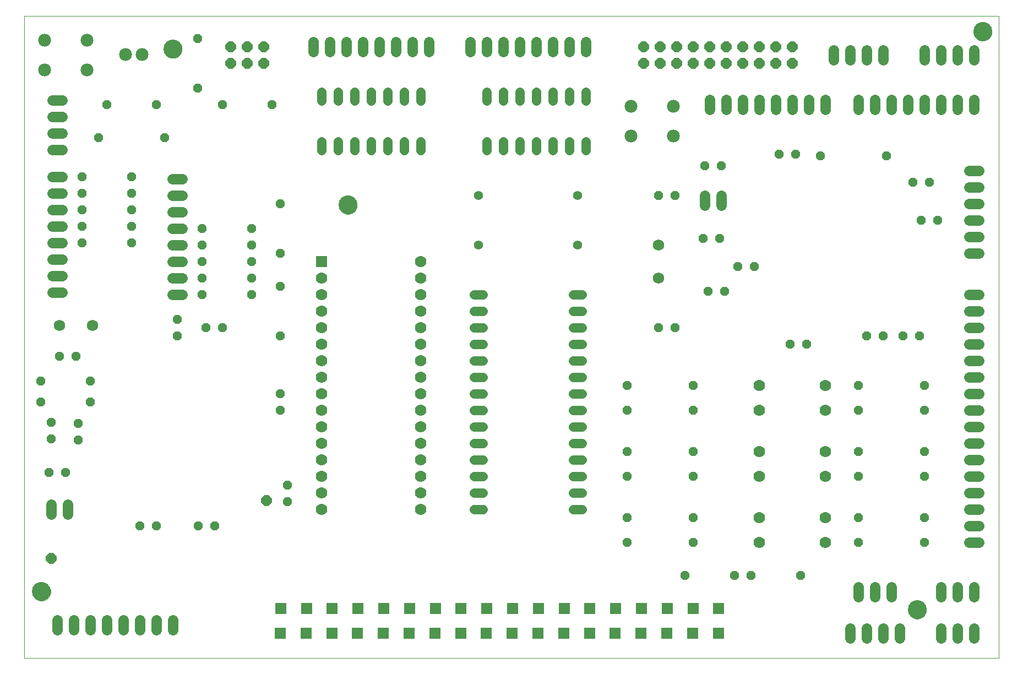
<source format=gbs>
G75*
%MOIN*%
%OFA0B0*%
%FSLAX24Y24*%
%IPPOS*%
%LPD*%
%AMOC8*
5,1,8,0,0,1.08239X$1,22.5*
%
%ADD10C,0.0000*%
%ADD11C,0.1142*%
%ADD12OC8,0.0640*%
%ADD13C,0.0560*%
%ADD14C,0.0560*%
%ADD15C,0.0780*%
%ADD16OC8,0.0560*%
%ADD17C,0.0690*%
%ADD18C,0.0640*%
%ADD19R,0.0700X0.0700*%
%ADD20C,0.0700*%
%ADD21R,0.0690X0.0690*%
D10*
X000180Y000180D02*
X000180Y039050D01*
X059172Y039050D01*
X059172Y000180D01*
X000180Y000180D01*
X000667Y004193D02*
X000669Y004240D01*
X000675Y004286D01*
X000685Y004332D01*
X000698Y004377D01*
X000716Y004420D01*
X000737Y004462D01*
X000761Y004502D01*
X000789Y004539D01*
X000820Y004574D01*
X000854Y004607D01*
X000890Y004636D01*
X000929Y004662D01*
X000970Y004685D01*
X001013Y004704D01*
X001057Y004720D01*
X001102Y004732D01*
X001148Y004740D01*
X001195Y004744D01*
X001241Y004744D01*
X001288Y004740D01*
X001334Y004732D01*
X001379Y004720D01*
X001423Y004704D01*
X001466Y004685D01*
X001507Y004662D01*
X001546Y004636D01*
X001582Y004607D01*
X001616Y004574D01*
X001647Y004539D01*
X001675Y004502D01*
X001699Y004462D01*
X001720Y004420D01*
X001738Y004377D01*
X001751Y004332D01*
X001761Y004286D01*
X001767Y004240D01*
X001769Y004193D01*
X001767Y004146D01*
X001761Y004100D01*
X001751Y004054D01*
X001738Y004009D01*
X001720Y003966D01*
X001699Y003924D01*
X001675Y003884D01*
X001647Y003847D01*
X001616Y003812D01*
X001582Y003779D01*
X001546Y003750D01*
X001507Y003724D01*
X001466Y003701D01*
X001423Y003682D01*
X001379Y003666D01*
X001334Y003654D01*
X001288Y003646D01*
X001241Y003642D01*
X001195Y003642D01*
X001148Y003646D01*
X001102Y003654D01*
X001057Y003666D01*
X001013Y003682D01*
X000970Y003701D01*
X000929Y003724D01*
X000890Y003750D01*
X000854Y003779D01*
X000820Y003812D01*
X000789Y003847D01*
X000761Y003884D01*
X000737Y003924D01*
X000716Y003966D01*
X000698Y004009D01*
X000685Y004054D01*
X000675Y004100D01*
X000669Y004146D01*
X000667Y004193D01*
X019217Y027605D02*
X019219Y027652D01*
X019225Y027698D01*
X019235Y027744D01*
X019248Y027789D01*
X019266Y027832D01*
X019287Y027874D01*
X019311Y027914D01*
X019339Y027951D01*
X019370Y027986D01*
X019404Y028019D01*
X019440Y028048D01*
X019479Y028074D01*
X019520Y028097D01*
X019563Y028116D01*
X019607Y028132D01*
X019652Y028144D01*
X019698Y028152D01*
X019745Y028156D01*
X019791Y028156D01*
X019838Y028152D01*
X019884Y028144D01*
X019929Y028132D01*
X019973Y028116D01*
X020016Y028097D01*
X020057Y028074D01*
X020096Y028048D01*
X020132Y028019D01*
X020166Y027986D01*
X020197Y027951D01*
X020225Y027914D01*
X020249Y027874D01*
X020270Y027832D01*
X020288Y027789D01*
X020301Y027744D01*
X020311Y027698D01*
X020317Y027652D01*
X020319Y027605D01*
X020317Y027558D01*
X020311Y027512D01*
X020301Y027466D01*
X020288Y027421D01*
X020270Y027378D01*
X020249Y027336D01*
X020225Y027296D01*
X020197Y027259D01*
X020166Y027224D01*
X020132Y027191D01*
X020096Y027162D01*
X020057Y027136D01*
X020016Y027113D01*
X019973Y027094D01*
X019929Y027078D01*
X019884Y027066D01*
X019838Y027058D01*
X019791Y027054D01*
X019745Y027054D01*
X019698Y027058D01*
X019652Y027066D01*
X019607Y027078D01*
X019563Y027094D01*
X019520Y027113D01*
X019479Y027136D01*
X019440Y027162D01*
X019404Y027191D01*
X019370Y027224D01*
X019339Y027259D01*
X019311Y027296D01*
X019287Y027336D01*
X019266Y027378D01*
X019248Y027421D01*
X019235Y027466D01*
X019225Y027512D01*
X019219Y027558D01*
X019217Y027605D01*
X008617Y037043D02*
X008619Y037090D01*
X008625Y037136D01*
X008635Y037182D01*
X008648Y037227D01*
X008666Y037270D01*
X008687Y037312D01*
X008711Y037352D01*
X008739Y037389D01*
X008770Y037424D01*
X008804Y037457D01*
X008840Y037486D01*
X008879Y037512D01*
X008920Y037535D01*
X008963Y037554D01*
X009007Y037570D01*
X009052Y037582D01*
X009098Y037590D01*
X009145Y037594D01*
X009191Y037594D01*
X009238Y037590D01*
X009284Y037582D01*
X009329Y037570D01*
X009373Y037554D01*
X009416Y037535D01*
X009457Y037512D01*
X009496Y037486D01*
X009532Y037457D01*
X009566Y037424D01*
X009597Y037389D01*
X009625Y037352D01*
X009649Y037312D01*
X009670Y037270D01*
X009688Y037227D01*
X009701Y037182D01*
X009711Y037136D01*
X009717Y037090D01*
X009719Y037043D01*
X009717Y036996D01*
X009711Y036950D01*
X009701Y036904D01*
X009688Y036859D01*
X009670Y036816D01*
X009649Y036774D01*
X009625Y036734D01*
X009597Y036697D01*
X009566Y036662D01*
X009532Y036629D01*
X009496Y036600D01*
X009457Y036574D01*
X009416Y036551D01*
X009373Y036532D01*
X009329Y036516D01*
X009284Y036504D01*
X009238Y036496D01*
X009191Y036492D01*
X009145Y036492D01*
X009098Y036496D01*
X009052Y036504D01*
X009007Y036516D01*
X008963Y036532D01*
X008920Y036551D01*
X008879Y036574D01*
X008840Y036600D01*
X008804Y036629D01*
X008770Y036662D01*
X008739Y036697D01*
X008711Y036734D01*
X008687Y036774D01*
X008666Y036816D01*
X008648Y036859D01*
X008635Y036904D01*
X008625Y036950D01*
X008619Y036996D01*
X008617Y037043D01*
X057642Y038093D02*
X057644Y038140D01*
X057650Y038186D01*
X057660Y038232D01*
X057673Y038277D01*
X057691Y038320D01*
X057712Y038362D01*
X057736Y038402D01*
X057764Y038439D01*
X057795Y038474D01*
X057829Y038507D01*
X057865Y038536D01*
X057904Y038562D01*
X057945Y038585D01*
X057988Y038604D01*
X058032Y038620D01*
X058077Y038632D01*
X058123Y038640D01*
X058170Y038644D01*
X058216Y038644D01*
X058263Y038640D01*
X058309Y038632D01*
X058354Y038620D01*
X058398Y038604D01*
X058441Y038585D01*
X058482Y038562D01*
X058521Y038536D01*
X058557Y038507D01*
X058591Y038474D01*
X058622Y038439D01*
X058650Y038402D01*
X058674Y038362D01*
X058695Y038320D01*
X058713Y038277D01*
X058726Y038232D01*
X058736Y038186D01*
X058742Y038140D01*
X058744Y038093D01*
X058742Y038046D01*
X058736Y038000D01*
X058726Y037954D01*
X058713Y037909D01*
X058695Y037866D01*
X058674Y037824D01*
X058650Y037784D01*
X058622Y037747D01*
X058591Y037712D01*
X058557Y037679D01*
X058521Y037650D01*
X058482Y037624D01*
X058441Y037601D01*
X058398Y037582D01*
X058354Y037566D01*
X058309Y037554D01*
X058263Y037546D01*
X058216Y037542D01*
X058170Y037542D01*
X058123Y037546D01*
X058077Y037554D01*
X058032Y037566D01*
X057988Y037582D01*
X057945Y037601D01*
X057904Y037624D01*
X057865Y037650D01*
X057829Y037679D01*
X057795Y037712D01*
X057764Y037747D01*
X057736Y037784D01*
X057712Y037824D01*
X057691Y037866D01*
X057673Y037909D01*
X057660Y037954D01*
X057650Y038000D01*
X057644Y038046D01*
X057642Y038093D01*
X053679Y003105D02*
X053681Y003152D01*
X053687Y003198D01*
X053697Y003244D01*
X053710Y003289D01*
X053728Y003332D01*
X053749Y003374D01*
X053773Y003414D01*
X053801Y003451D01*
X053832Y003486D01*
X053866Y003519D01*
X053902Y003548D01*
X053941Y003574D01*
X053982Y003597D01*
X054025Y003616D01*
X054069Y003632D01*
X054114Y003644D01*
X054160Y003652D01*
X054207Y003656D01*
X054253Y003656D01*
X054300Y003652D01*
X054346Y003644D01*
X054391Y003632D01*
X054435Y003616D01*
X054478Y003597D01*
X054519Y003574D01*
X054558Y003548D01*
X054594Y003519D01*
X054628Y003486D01*
X054659Y003451D01*
X054687Y003414D01*
X054711Y003374D01*
X054732Y003332D01*
X054750Y003289D01*
X054763Y003244D01*
X054773Y003198D01*
X054779Y003152D01*
X054781Y003105D01*
X054779Y003058D01*
X054773Y003012D01*
X054763Y002966D01*
X054750Y002921D01*
X054732Y002878D01*
X054711Y002836D01*
X054687Y002796D01*
X054659Y002759D01*
X054628Y002724D01*
X054594Y002691D01*
X054558Y002662D01*
X054519Y002636D01*
X054478Y002613D01*
X054435Y002594D01*
X054391Y002578D01*
X054346Y002566D01*
X054300Y002558D01*
X054253Y002554D01*
X054207Y002554D01*
X054160Y002558D01*
X054114Y002566D01*
X054069Y002578D01*
X054025Y002594D01*
X053982Y002613D01*
X053941Y002636D01*
X053902Y002662D01*
X053866Y002691D01*
X053832Y002724D01*
X053801Y002759D01*
X053773Y002796D01*
X053749Y002836D01*
X053728Y002878D01*
X053710Y002921D01*
X053697Y002966D01*
X053687Y003012D01*
X053681Y003058D01*
X053679Y003105D01*
D11*
X054230Y003105D03*
X019768Y027605D03*
X009168Y037043D03*
X058193Y038093D03*
X001218Y004193D03*
D12*
X001818Y006205D03*
X014843Y009705D03*
X014680Y036180D03*
X013680Y036180D03*
X012680Y036180D03*
X012680Y037180D03*
X013680Y037180D03*
X014680Y037180D03*
X037680Y037180D03*
X038680Y037180D03*
X039680Y037180D03*
X040680Y037180D03*
X041680Y037180D03*
X042680Y037180D03*
X043680Y037180D03*
X044680Y037180D03*
X045680Y037180D03*
X046680Y037180D03*
X046680Y036180D03*
X045680Y036180D03*
X044680Y036180D03*
X043680Y036180D03*
X042680Y036180D03*
X041680Y036180D03*
X040680Y036180D03*
X039680Y036180D03*
X038680Y036180D03*
X037680Y036180D03*
D13*
X033680Y028180D03*
X033680Y025180D03*
X027680Y025180D03*
X027680Y028180D03*
D14*
X028180Y030920D02*
X028180Y031440D01*
X029180Y031440D02*
X029180Y030920D01*
X030180Y030920D02*
X030180Y031440D01*
X031180Y031440D02*
X031180Y030920D01*
X032180Y030920D02*
X032180Y031440D01*
X033180Y031440D02*
X033180Y030920D01*
X034180Y030920D02*
X034180Y031440D01*
X034180Y033920D02*
X034180Y034440D01*
X033180Y034440D02*
X033180Y033920D01*
X032180Y033920D02*
X032180Y034440D01*
X031180Y034440D02*
X031180Y033920D01*
X030180Y033920D02*
X030180Y034440D01*
X029180Y034440D02*
X029180Y033920D01*
X028180Y033920D02*
X028180Y034440D01*
X024180Y034440D02*
X024180Y033920D01*
X023180Y033920D02*
X023180Y034440D01*
X022180Y034440D02*
X022180Y033920D01*
X021180Y033920D02*
X021180Y034440D01*
X020180Y034440D02*
X020180Y033920D01*
X019180Y033920D02*
X019180Y034440D01*
X018180Y034440D02*
X018180Y033920D01*
X018180Y031440D02*
X018180Y030920D01*
X019180Y030920D02*
X019180Y031440D01*
X020180Y031440D02*
X020180Y030920D01*
X021180Y030920D02*
X021180Y031440D01*
X022180Y031440D02*
X022180Y030920D01*
X023180Y030920D02*
X023180Y031440D01*
X024180Y031440D02*
X024180Y030920D01*
X027420Y022180D02*
X027940Y022180D01*
X027940Y021180D02*
X027420Y021180D01*
X027420Y020180D02*
X027940Y020180D01*
X027940Y019180D02*
X027420Y019180D01*
X027420Y018180D02*
X027940Y018180D01*
X027940Y017180D02*
X027420Y017180D01*
X027420Y016180D02*
X027940Y016180D01*
X027940Y015180D02*
X027420Y015180D01*
X027420Y014180D02*
X027940Y014180D01*
X027940Y013180D02*
X027420Y013180D01*
X027420Y012180D02*
X027940Y012180D01*
X027940Y011180D02*
X027420Y011180D01*
X027420Y010180D02*
X027940Y010180D01*
X027940Y009180D02*
X027420Y009180D01*
X033420Y009180D02*
X033940Y009180D01*
X033940Y010180D02*
X033420Y010180D01*
X033420Y011180D02*
X033940Y011180D01*
X033940Y012180D02*
X033420Y012180D01*
X033420Y013180D02*
X033940Y013180D01*
X033940Y014180D02*
X033420Y014180D01*
X033420Y015180D02*
X033940Y015180D01*
X033940Y016180D02*
X033420Y016180D01*
X033420Y017180D02*
X033940Y017180D01*
X033940Y018180D02*
X033420Y018180D01*
X033420Y019180D02*
X033940Y019180D01*
X033940Y020180D02*
X033420Y020180D01*
X033420Y021180D02*
X033940Y021180D01*
X033940Y022180D02*
X033420Y022180D01*
D15*
X036900Y031790D03*
X039460Y031790D03*
X039460Y033570D03*
X036900Y033570D03*
X007318Y036693D03*
X006318Y036693D03*
X003960Y037570D03*
X001400Y037570D03*
X001400Y035790D03*
X003960Y035790D03*
D16*
X005180Y033680D03*
X004680Y031680D03*
X003680Y029305D03*
X003680Y028305D03*
X003680Y027305D03*
X003680Y026305D03*
X003680Y025305D03*
X006680Y025305D03*
X006680Y026305D03*
X006680Y027305D03*
X006680Y028305D03*
X006680Y029305D03*
X008680Y031680D03*
X008180Y033680D03*
X010680Y034680D03*
X012180Y033680D03*
X015180Y033680D03*
X010680Y037680D03*
X015680Y027680D03*
X013930Y026180D03*
X013930Y025180D03*
X013930Y024180D03*
X013930Y023180D03*
X013930Y022180D03*
X015680Y022680D03*
X015680Y024680D03*
X010930Y024180D03*
X010930Y025180D03*
X010930Y026180D03*
X010930Y023180D03*
X010930Y022180D03*
X009430Y020680D03*
X009430Y019680D03*
X011180Y020180D03*
X012180Y020180D03*
X015680Y019680D03*
X015680Y016180D03*
X015680Y015180D03*
X016118Y010655D03*
X016118Y009655D03*
X011718Y008180D03*
X010718Y008180D03*
X008180Y008180D03*
X007180Y008180D03*
X002680Y011418D03*
X001680Y011418D03*
X003443Y013380D03*
X001805Y013430D03*
X001805Y014430D03*
X003443Y014380D03*
X004180Y015680D03*
X004180Y016930D03*
X003305Y018430D03*
X002305Y018430D03*
X001180Y016930D03*
X001180Y015680D03*
X036680Y015180D03*
X036680Y016680D03*
X040680Y016680D03*
X040680Y015180D03*
X040680Y012680D03*
X040680Y011180D03*
X040680Y008680D03*
X040680Y007180D03*
X040180Y005180D03*
X043180Y005180D03*
X044180Y005180D03*
X047180Y005180D03*
X050680Y007180D03*
X050680Y008680D03*
X050680Y011180D03*
X050680Y012680D03*
X050680Y015180D03*
X050680Y016680D03*
X047530Y019168D03*
X046530Y019168D03*
X051180Y019680D03*
X052180Y019680D03*
X053380Y019680D03*
X054380Y019680D03*
X054680Y016680D03*
X054680Y015180D03*
X054680Y012680D03*
X054680Y011180D03*
X054680Y008680D03*
X054680Y007180D03*
X036680Y007180D03*
X036680Y008680D03*
X036680Y011180D03*
X036680Y012680D03*
X038580Y020180D03*
X039580Y020180D03*
X041580Y022380D03*
X042580Y022380D03*
X043380Y023880D03*
X044380Y023880D03*
X042280Y025580D03*
X041280Y025580D03*
X039580Y028180D03*
X038580Y028180D03*
X041380Y029980D03*
X042380Y029980D03*
X045880Y030680D03*
X046880Y030680D03*
X048380Y030580D03*
X052380Y030580D03*
X053980Y028980D03*
X054980Y028980D03*
X054480Y026680D03*
X055480Y026680D03*
D17*
X038580Y025180D03*
X038580Y023180D03*
X004305Y020305D03*
X002305Y020305D03*
D18*
X002480Y022305D02*
X001880Y022305D01*
X001880Y023305D02*
X002480Y023305D01*
X002480Y024305D02*
X001880Y024305D01*
X001880Y025305D02*
X002480Y025305D01*
X002480Y026305D02*
X001880Y026305D01*
X001880Y027305D02*
X002480Y027305D01*
X002480Y028305D02*
X001880Y028305D01*
X001880Y029305D02*
X002480Y029305D01*
X002480Y030930D02*
X001880Y030930D01*
X001880Y031930D02*
X002480Y031930D01*
X002480Y032930D02*
X001880Y032930D01*
X001880Y033930D02*
X002480Y033930D01*
X009130Y029180D02*
X009730Y029180D01*
X009730Y028180D02*
X009130Y028180D01*
X009130Y027180D02*
X009730Y027180D01*
X009730Y026180D02*
X009130Y026180D01*
X009130Y025180D02*
X009730Y025180D01*
X009730Y024180D02*
X009130Y024180D01*
X009130Y023180D02*
X009730Y023180D01*
X009730Y022180D02*
X009130Y022180D01*
X002805Y009480D02*
X002805Y008880D01*
X001805Y008880D02*
X001805Y009480D01*
X002180Y002480D02*
X002180Y001880D01*
X003180Y001880D02*
X003180Y002480D01*
X004180Y002480D02*
X004180Y001880D01*
X005180Y001880D02*
X005180Y002480D01*
X006180Y002480D02*
X006180Y001880D01*
X007180Y001880D02*
X007180Y002480D01*
X008180Y002480D02*
X008180Y001880D01*
X009180Y001880D02*
X009180Y002480D01*
X041380Y027580D02*
X041380Y028180D01*
X042380Y028180D02*
X042380Y027580D01*
X042680Y033380D02*
X042680Y033980D01*
X041680Y033980D02*
X041680Y033380D01*
X043680Y033380D02*
X043680Y033980D01*
X044680Y033980D02*
X044680Y033380D01*
X045680Y033380D02*
X045680Y033980D01*
X046680Y033980D02*
X046680Y033380D01*
X047680Y033380D02*
X047680Y033980D01*
X048680Y033980D02*
X048680Y033380D01*
X050680Y033380D02*
X050680Y033980D01*
X051680Y033980D02*
X051680Y033380D01*
X052680Y033380D02*
X052680Y033980D01*
X053680Y033980D02*
X053680Y033380D01*
X054680Y033380D02*
X054680Y033980D01*
X055680Y033980D02*
X055680Y033380D01*
X056680Y033380D02*
X056680Y033980D01*
X057680Y033980D02*
X057680Y033380D01*
X057680Y036380D02*
X057680Y036980D01*
X056680Y036980D02*
X056680Y036380D01*
X055680Y036380D02*
X055680Y036980D01*
X054680Y036980D02*
X054680Y036380D01*
X052180Y036380D02*
X052180Y036980D01*
X051180Y036980D02*
X051180Y036380D01*
X050180Y036380D02*
X050180Y036980D01*
X049180Y036980D02*
X049180Y036380D01*
X057380Y029680D02*
X057980Y029680D01*
X057980Y028680D02*
X057380Y028680D01*
X057380Y027680D02*
X057980Y027680D01*
X057980Y026680D02*
X057380Y026680D01*
X057380Y025680D02*
X057980Y025680D01*
X057980Y024680D02*
X057380Y024680D01*
X057380Y022180D02*
X057980Y022180D01*
X057980Y021180D02*
X057380Y021180D01*
X057380Y020180D02*
X057980Y020180D01*
X057980Y019180D02*
X057380Y019180D01*
X057380Y018180D02*
X057980Y018180D01*
X057980Y017180D02*
X057380Y017180D01*
X057380Y016180D02*
X057980Y016180D01*
X057980Y015180D02*
X057380Y015180D01*
X057380Y014180D02*
X057980Y014180D01*
X057980Y013180D02*
X057380Y013180D01*
X057380Y012180D02*
X057980Y012180D01*
X057980Y011180D02*
X057380Y011180D01*
X057380Y010180D02*
X057980Y010180D01*
X057980Y009180D02*
X057380Y009180D01*
X057380Y008180D02*
X057980Y008180D01*
X057980Y007180D02*
X057380Y007180D01*
X057680Y004480D02*
X057680Y003880D01*
X056680Y003880D02*
X056680Y004480D01*
X055680Y004480D02*
X055680Y003880D01*
X055680Y001980D02*
X055680Y001380D01*
X056680Y001380D02*
X056680Y001980D01*
X057680Y001980D02*
X057680Y001380D01*
X053180Y001380D02*
X053180Y001980D01*
X052180Y001980D02*
X052180Y001380D01*
X051180Y001380D02*
X051180Y001980D01*
X050180Y001980D02*
X050180Y001380D01*
X050680Y003880D02*
X050680Y004480D01*
X051680Y004480D02*
X051680Y003880D01*
X052680Y003880D02*
X052680Y004480D01*
X034180Y036880D02*
X034180Y037480D01*
X033180Y037480D02*
X033180Y036880D01*
X032180Y036880D02*
X032180Y037480D01*
X031180Y037480D02*
X031180Y036880D01*
X030180Y036880D02*
X030180Y037480D01*
X029180Y037480D02*
X029180Y036880D01*
X028180Y036880D02*
X028180Y037480D01*
X027180Y037480D02*
X027180Y036880D01*
X024680Y036880D02*
X024680Y037480D01*
X023680Y037480D02*
X023680Y036880D01*
X022680Y036880D02*
X022680Y037480D01*
X021680Y037480D02*
X021680Y036880D01*
X020680Y036880D02*
X020680Y037480D01*
X019680Y037480D02*
X019680Y036880D01*
X018680Y036880D02*
X018680Y037480D01*
X017680Y037480D02*
X017680Y036880D01*
D19*
X018180Y024180D03*
D20*
X018180Y023180D03*
X018180Y022180D03*
X018180Y021180D03*
X018180Y020180D03*
X018180Y019180D03*
X018180Y018180D03*
X018180Y017180D03*
X018180Y016180D03*
X018180Y015180D03*
X018180Y014180D03*
X018180Y013180D03*
X018180Y012180D03*
X018180Y011180D03*
X018180Y010180D03*
X018180Y009180D03*
X024180Y009180D03*
X024180Y010180D03*
X024180Y011180D03*
X024180Y012180D03*
X024180Y013180D03*
X024180Y014180D03*
X024180Y015180D03*
X024180Y016180D03*
X024180Y017180D03*
X024180Y018180D03*
X024180Y019180D03*
X024180Y020180D03*
X024180Y021180D03*
X024180Y022180D03*
X024180Y023180D03*
X024180Y024180D03*
X044680Y016680D03*
X044680Y015180D03*
X044680Y012680D03*
X044680Y011180D03*
X044680Y008680D03*
X044680Y007180D03*
X048680Y007180D03*
X048680Y008680D03*
X048680Y011180D03*
X048680Y012680D03*
X048680Y015180D03*
X048680Y016680D03*
D21*
X042220Y003190D03*
X040660Y003190D03*
X039100Y003190D03*
X037540Y003190D03*
X035980Y003190D03*
X034420Y003190D03*
X032860Y003190D03*
X031300Y003190D03*
X029740Y003190D03*
X028180Y003190D03*
X026620Y003190D03*
X025060Y003190D03*
X023500Y003190D03*
X021940Y003190D03*
X020380Y003190D03*
X018820Y003190D03*
X017260Y003190D03*
X015700Y003190D03*
X015670Y001670D03*
X017230Y001670D03*
X018790Y001670D03*
X020350Y001670D03*
X021910Y001670D03*
X023470Y001670D03*
X025030Y001670D03*
X026590Y001670D03*
X028150Y001670D03*
X029710Y001670D03*
X031270Y001670D03*
X032830Y001670D03*
X034390Y001670D03*
X035950Y001670D03*
X037510Y001670D03*
X039070Y001670D03*
X040630Y001670D03*
X042190Y001670D03*
M02*

</source>
